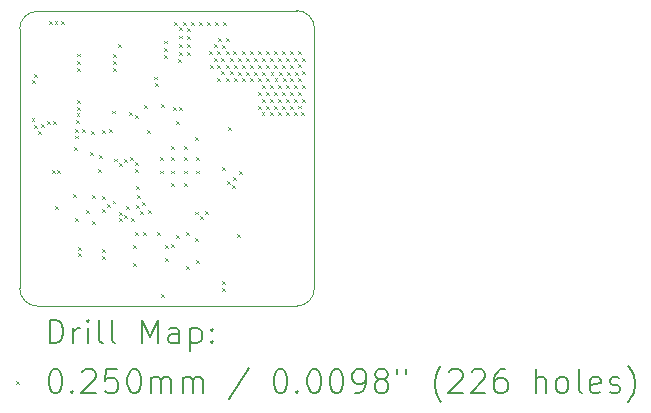
<source format=gbr>
%TF.GenerationSoftware,KiCad,Pcbnew,8.0.0*%
%TF.CreationDate,2024-10-10T01:47:18+08:00*%
%TF.ProjectId,Neko_Wireless_Transmission,4e656b6f-5f57-4697-9265-6c6573735f54,rev?*%
%TF.SameCoordinates,Original*%
%TF.FileFunction,Drillmap*%
%TF.FilePolarity,Positive*%
%FSLAX45Y45*%
G04 Gerber Fmt 4.5, Leading zero omitted, Abs format (unit mm)*
G04 Created by KiCad (PCBNEW 8.0.0) date 2024-10-10 01:47:18*
%MOMM*%
%LPD*%
G01*
G04 APERTURE LIST*
%ADD10C,0.100000*%
%ADD11C,0.050000*%
%ADD12C,0.200000*%
G04 APERTURE END LIST*
D10*
X4872935Y-8629935D02*
G75*
G02*
X4722935Y-8779935I-150005J5D01*
G01*
X4722934Y-6279066D02*
G75*
G02*
X4872934Y-6429066I-4J-150004D01*
G01*
X2527065Y-8780004D02*
G75*
G02*
X2377066Y-8630004I5J150004D01*
G01*
X2377066Y-6435066D02*
G75*
G02*
X2527066Y-6285066I150000J0D01*
G01*
D11*
X2377065Y-8630004D02*
X2377066Y-6435066D01*
X4722935Y-8779935D02*
X2527065Y-8780004D01*
X4872934Y-6429066D02*
X4872935Y-8629935D01*
X2527066Y-6285066D02*
X4722934Y-6279066D01*
D12*
D10*
X2477500Y-7187500D02*
X2502500Y-7212500D01*
X2502500Y-7187500D02*
X2477500Y-7212500D01*
X2481421Y-6870097D02*
X2506421Y-6895097D01*
X2506421Y-6870097D02*
X2481421Y-6895097D01*
X2497500Y-6817500D02*
X2522500Y-6842500D01*
X2522500Y-6817500D02*
X2497500Y-6842500D01*
X2497500Y-7247500D02*
X2522500Y-7272500D01*
X2522500Y-7247500D02*
X2497500Y-7272500D01*
X2532500Y-7295500D02*
X2557500Y-7320500D01*
X2557500Y-7295500D02*
X2532500Y-7320500D01*
X2554500Y-7241500D02*
X2579500Y-7266500D01*
X2579500Y-7241500D02*
X2554500Y-7266500D01*
X2607500Y-7213500D02*
X2632500Y-7238500D01*
X2632500Y-7213500D02*
X2607500Y-7238500D01*
X2622500Y-6370000D02*
X2647500Y-6395000D01*
X2647500Y-6370000D02*
X2622500Y-6395000D01*
X2650500Y-7630500D02*
X2675500Y-7655500D01*
X2675500Y-7630500D02*
X2650500Y-7655500D01*
X2662500Y-7213500D02*
X2687500Y-7238500D01*
X2687500Y-7213500D02*
X2662500Y-7238500D01*
X2672500Y-6370000D02*
X2697500Y-6395000D01*
X2697500Y-6370000D02*
X2672500Y-6395000D01*
X2678500Y-7935500D02*
X2703500Y-7960500D01*
X2703500Y-7935500D02*
X2678500Y-7960500D01*
X2693500Y-7630500D02*
X2718500Y-7655500D01*
X2718500Y-7630500D02*
X2693500Y-7655500D01*
X2725000Y-6370000D02*
X2750000Y-6395000D01*
X2750000Y-6370000D02*
X2725000Y-6395000D01*
X2831500Y-7834500D02*
X2856500Y-7859500D01*
X2856500Y-7834500D02*
X2831500Y-7859500D01*
X2836500Y-7437500D02*
X2861500Y-7462500D01*
X2861500Y-7437500D02*
X2836500Y-7462500D01*
X2847267Y-7336733D02*
X2872267Y-7361733D01*
X2872267Y-7336733D02*
X2847267Y-7361733D01*
X2848500Y-8033500D02*
X2873500Y-8058500D01*
X2873500Y-8033500D02*
X2848500Y-8058500D01*
X2848769Y-7281667D02*
X2873769Y-7306667D01*
X2873769Y-7281667D02*
X2848769Y-7306667D01*
X2858097Y-7202493D02*
X2883097Y-7227493D01*
X2883097Y-7202493D02*
X2858097Y-7227493D01*
X2858504Y-7147494D02*
X2883504Y-7172494D01*
X2883504Y-7147494D02*
X2858504Y-7172494D01*
X2861500Y-7092500D02*
X2886500Y-7117500D01*
X2886500Y-7092500D02*
X2861500Y-7117500D01*
X2862500Y-6642500D02*
X2887500Y-6667500D01*
X2887500Y-6642500D02*
X2862500Y-6667500D01*
X2862500Y-6705000D02*
X2887500Y-6730000D01*
X2887500Y-6705000D02*
X2862500Y-6730000D01*
X2862500Y-6765000D02*
X2887500Y-6790000D01*
X2887500Y-6765000D02*
X2862500Y-6790000D01*
X2863698Y-7037544D02*
X2888698Y-7062544D01*
X2888698Y-7037544D02*
X2863698Y-7062544D01*
X2870000Y-8280000D02*
X2895000Y-8305000D01*
X2895000Y-8280000D02*
X2870000Y-8305000D01*
X2870000Y-8330000D02*
X2895000Y-8355000D01*
X2895000Y-8330000D02*
X2870000Y-8355000D01*
X2907052Y-7283381D02*
X2932052Y-7308381D01*
X2932052Y-7283381D02*
X2907052Y-7308381D01*
X2937509Y-7966444D02*
X2962509Y-7991444D01*
X2962509Y-7966444D02*
X2937509Y-7991444D01*
X2969789Y-7477500D02*
X2994789Y-7502500D01*
X2994789Y-7477500D02*
X2969789Y-7502500D01*
X2983395Y-7301330D02*
X3008395Y-7326330D01*
X3008395Y-7301330D02*
X2983395Y-7326330D01*
X2987464Y-8059455D02*
X3012464Y-8084455D01*
X3012464Y-8059455D02*
X2987464Y-8084455D01*
X2989500Y-7842500D02*
X3014500Y-7867500D01*
X3014500Y-7842500D02*
X2989500Y-7867500D01*
X3037500Y-7622500D02*
X3062500Y-7647500D01*
X3062500Y-7622500D02*
X3037500Y-7647500D01*
X3049500Y-7502500D02*
X3074500Y-7527500D01*
X3074500Y-7502500D02*
X3049500Y-7527500D01*
X3070500Y-8353163D02*
X3095500Y-8378163D01*
X3095500Y-8353163D02*
X3070500Y-8378163D01*
X3070593Y-8298970D02*
X3095593Y-8323970D01*
X3095593Y-8298970D02*
X3070593Y-8323970D01*
X3072500Y-7852500D02*
X3097500Y-7877500D01*
X3097500Y-7852500D02*
X3072500Y-7877500D01*
X3077210Y-7957354D02*
X3102210Y-7982354D01*
X3102210Y-7957354D02*
X3077210Y-7982354D01*
X3077500Y-7287500D02*
X3102500Y-7312500D01*
X3102500Y-7287500D02*
X3077500Y-7312500D01*
X3117261Y-7917354D02*
X3142261Y-7942354D01*
X3142261Y-7917354D02*
X3117261Y-7942354D01*
X3137100Y-7280500D02*
X3162100Y-7305500D01*
X3162100Y-7280500D02*
X3137100Y-7305500D01*
X3162500Y-7124900D02*
X3187500Y-7149900D01*
X3187500Y-7124900D02*
X3162500Y-7149900D01*
X3163247Y-7887184D02*
X3188247Y-7912184D01*
X3188247Y-7887184D02*
X3163247Y-7912184D01*
X3165000Y-6645000D02*
X3190000Y-6670000D01*
X3190000Y-6645000D02*
X3165000Y-6670000D01*
X3165000Y-6707500D02*
X3190000Y-6732500D01*
X3190000Y-6707500D02*
X3165000Y-6732500D01*
X3165000Y-6767500D02*
X3190000Y-6792500D01*
X3190000Y-6767500D02*
X3165000Y-6792500D01*
X3179500Y-7531252D02*
X3204500Y-7556252D01*
X3204500Y-7531252D02*
X3179500Y-7556252D01*
X3212500Y-6562500D02*
X3237500Y-6587500D01*
X3237500Y-6562500D02*
X3212500Y-6587500D01*
X3217500Y-8037500D02*
X3242500Y-8062500D01*
X3242500Y-8037500D02*
X3217500Y-8062500D01*
X3218500Y-7982500D02*
X3243500Y-8007500D01*
X3243500Y-7982500D02*
X3218500Y-8007500D01*
X3219500Y-7571136D02*
X3244500Y-7596136D01*
X3244500Y-7571136D02*
X3219500Y-7596136D01*
X3259500Y-7532500D02*
X3284500Y-7557500D01*
X3284500Y-7532500D02*
X3259500Y-7557500D01*
X3262500Y-8009500D02*
X3287500Y-8034500D01*
X3287500Y-8009500D02*
X3262500Y-8034500D01*
X3281500Y-7936613D02*
X3306500Y-7961613D01*
X3306500Y-7936613D02*
X3281500Y-7961613D01*
X3303500Y-7141500D02*
X3328500Y-7166500D01*
X3328500Y-7141500D02*
X3303500Y-7166500D01*
X3313167Y-7520464D02*
X3338167Y-7545464D01*
X3338167Y-7520464D02*
X3313167Y-7545464D01*
X3322500Y-8035500D02*
X3347500Y-8060500D01*
X3347500Y-8035500D02*
X3322500Y-8060500D01*
X3336500Y-8267500D02*
X3361500Y-8292500D01*
X3361500Y-8267500D02*
X3336500Y-8292500D01*
X3336500Y-8415000D02*
X3361500Y-8440000D01*
X3361500Y-8415000D02*
X3336500Y-8440000D01*
X3353581Y-7557770D02*
X3378581Y-7582770D01*
X3378581Y-7557770D02*
X3353581Y-7582770D01*
X3354334Y-8153500D02*
X3379334Y-8178500D01*
X3379334Y-8153500D02*
X3354334Y-8178500D01*
X3354704Y-7161580D02*
X3379704Y-7186580D01*
X3379704Y-7161580D02*
X3354704Y-7186580D01*
X3355402Y-7619544D02*
X3380402Y-7644544D01*
X3380402Y-7619544D02*
X3355402Y-7644544D01*
X3361498Y-7922489D02*
X3386498Y-7947489D01*
X3386498Y-7922489D02*
X3361498Y-7947489D01*
X3363500Y-7760500D02*
X3388500Y-7785500D01*
X3388500Y-7760500D02*
X3363500Y-7785500D01*
X3368811Y-7838189D02*
X3393811Y-7863189D01*
X3393811Y-7838189D02*
X3368811Y-7863189D01*
X3394032Y-7975720D02*
X3419032Y-8000720D01*
X3419032Y-7975720D02*
X3394032Y-8000720D01*
X3409544Y-7895720D02*
X3434544Y-7920720D01*
X3434544Y-7895720D02*
X3409544Y-7920720D01*
X3425500Y-8153500D02*
X3450500Y-8178500D01*
X3450500Y-8153500D02*
X3425500Y-8178500D01*
X3433452Y-7081530D02*
X3458452Y-7106530D01*
X3458452Y-7081530D02*
X3433452Y-7106530D01*
X3457500Y-7287500D02*
X3482500Y-7312500D01*
X3482500Y-7287500D02*
X3457500Y-7312500D01*
X3463500Y-7965500D02*
X3488500Y-7990500D01*
X3488500Y-7965500D02*
X3463500Y-7990500D01*
X3513851Y-6837212D02*
X3538851Y-6862212D01*
X3538851Y-6837212D02*
X3513851Y-6862212D01*
X3526239Y-6890799D02*
X3551239Y-6915799D01*
X3551239Y-6890799D02*
X3526239Y-6915799D01*
X3541828Y-8157603D02*
X3566828Y-8182603D01*
X3566828Y-8157603D02*
X3541828Y-8182603D01*
X3568900Y-7517567D02*
X3593900Y-7542567D01*
X3593900Y-7517567D02*
X3568900Y-7542567D01*
X3568900Y-7632900D02*
X3593900Y-7657900D01*
X3593900Y-7632900D02*
X3568900Y-7657900D01*
X3572500Y-7066500D02*
X3597500Y-7091500D01*
X3597500Y-7066500D02*
X3572500Y-7091500D01*
X3575500Y-8675500D02*
X3600500Y-8700500D01*
X3600500Y-8675500D02*
X3575500Y-8700500D01*
X3600000Y-6532500D02*
X3625000Y-6557500D01*
X3625000Y-6532500D02*
X3600000Y-6557500D01*
X3600000Y-6595000D02*
X3625000Y-6620000D01*
X3625000Y-6595000D02*
X3600000Y-6620000D01*
X3600000Y-6655000D02*
X3625000Y-6680000D01*
X3625000Y-6655000D02*
X3600000Y-6680000D01*
X3604500Y-8267500D02*
X3629500Y-8292500D01*
X3629500Y-8267500D02*
X3604500Y-8292500D01*
X3604500Y-8371500D02*
X3629500Y-8396500D01*
X3629500Y-8371500D02*
X3604500Y-8396500D01*
X3658218Y-8255694D02*
X3683218Y-8280694D01*
X3683218Y-8255694D02*
X3658218Y-8280694D01*
X3660500Y-7423100D02*
X3685500Y-7448100D01*
X3685500Y-7423100D02*
X3660500Y-7448100D01*
X3660500Y-7517567D02*
X3685500Y-7542567D01*
X3685500Y-7517567D02*
X3660500Y-7542567D01*
X3660500Y-7632900D02*
X3685500Y-7657900D01*
X3685500Y-7632900D02*
X3660500Y-7657900D01*
X3660500Y-7741567D02*
X3685500Y-7766567D01*
X3685500Y-7741567D02*
X3660500Y-7766567D01*
X3675000Y-7097500D02*
X3700000Y-7122500D01*
X3700000Y-7097500D02*
X3675000Y-7122500D01*
X3687500Y-6372500D02*
X3712500Y-6397500D01*
X3712500Y-6372500D02*
X3687500Y-6397500D01*
X3701887Y-8182500D02*
X3726887Y-8207500D01*
X3726887Y-8182500D02*
X3701887Y-8207500D01*
X3703500Y-7215500D02*
X3728500Y-7240500D01*
X3728500Y-7215500D02*
X3703500Y-7240500D01*
X3717500Y-6692500D02*
X3742500Y-6717500D01*
X3742500Y-6692500D02*
X3717500Y-6717500D01*
X3722500Y-6421250D02*
X3747500Y-6446250D01*
X3747500Y-6421250D02*
X3722500Y-6446250D01*
X3722500Y-6490000D02*
X3747500Y-6515000D01*
X3747500Y-6490000D02*
X3722500Y-6515000D01*
X3722500Y-6558750D02*
X3747500Y-6583750D01*
X3747500Y-6558750D02*
X3722500Y-6583750D01*
X3722500Y-6627500D02*
X3747500Y-6652500D01*
X3747500Y-6627500D02*
X3722500Y-6652500D01*
X3725000Y-7097500D02*
X3750000Y-7122500D01*
X3750000Y-7097500D02*
X3725000Y-7122500D01*
X3756250Y-6372500D02*
X3781250Y-6397500D01*
X3781250Y-6372500D02*
X3756250Y-6397500D01*
X3771500Y-7423100D02*
X3796500Y-7448100D01*
X3796500Y-7423100D02*
X3771500Y-7448100D01*
X3771500Y-7517567D02*
X3796500Y-7542567D01*
X3796500Y-7517567D02*
X3771500Y-7542567D01*
X3771500Y-7632900D02*
X3796500Y-7657900D01*
X3796500Y-7632900D02*
X3771500Y-7657900D01*
X3771500Y-7741567D02*
X3796500Y-7766567D01*
X3796500Y-7741567D02*
X3771500Y-7766567D01*
X3783500Y-8153500D02*
X3808500Y-8178500D01*
X3808500Y-8153500D02*
X3783500Y-8178500D01*
X3783500Y-8444500D02*
X3808500Y-8469500D01*
X3808500Y-8444500D02*
X3783500Y-8469500D01*
X3792500Y-6423750D02*
X3817500Y-6448750D01*
X3817500Y-6423750D02*
X3792500Y-6448750D01*
X3792500Y-6492500D02*
X3817500Y-6517500D01*
X3817500Y-6492500D02*
X3792500Y-6517500D01*
X3792500Y-6561250D02*
X3817500Y-6586250D01*
X3817500Y-6561250D02*
X3792500Y-6586250D01*
X3792500Y-6630000D02*
X3817500Y-6655000D01*
X3817500Y-6630000D02*
X3792500Y-6655000D01*
X3825000Y-6372500D02*
X3850000Y-6397500D01*
X3850000Y-6372500D02*
X3825000Y-6397500D01*
X3862500Y-7352500D02*
X3887500Y-7377500D01*
X3887500Y-7352500D02*
X3862500Y-7377500D01*
X3863500Y-7980268D02*
X3888500Y-8005268D01*
X3888500Y-7980268D02*
X3863500Y-8005268D01*
X3865307Y-8206813D02*
X3890307Y-8231813D01*
X3890307Y-8206813D02*
X3865307Y-8231813D01*
X3866450Y-8393000D02*
X3891450Y-8418000D01*
X3891450Y-8393000D02*
X3866450Y-8418000D01*
X3873700Y-7517567D02*
X3898700Y-7542567D01*
X3898700Y-7517567D02*
X3873700Y-7542567D01*
X3873700Y-7632900D02*
X3898700Y-7657900D01*
X3898700Y-7632900D02*
X3873700Y-7657900D01*
X3893750Y-6372500D02*
X3918750Y-6397500D01*
X3918750Y-6372500D02*
X3893750Y-6397500D01*
X3902920Y-8018500D02*
X3927920Y-8043500D01*
X3927920Y-8018500D02*
X3902920Y-8043500D01*
X3943500Y-7979500D02*
X3968500Y-8004500D01*
X3968500Y-7979500D02*
X3943500Y-8004500D01*
X3962500Y-6372500D02*
X3987500Y-6397500D01*
X3987500Y-6372500D02*
X3962500Y-6397500D01*
X3983750Y-6622500D02*
X4008750Y-6647500D01*
X4008750Y-6622500D02*
X3983750Y-6647500D01*
X3985000Y-6740000D02*
X4010000Y-6765000D01*
X4010000Y-6740000D02*
X3985000Y-6765000D01*
X4018750Y-6682500D02*
X4043750Y-6707500D01*
X4043750Y-6682500D02*
X4018750Y-6707500D01*
X4020000Y-6565000D02*
X4045000Y-6590000D01*
X4045000Y-6565000D02*
X4020000Y-6590000D01*
X4031250Y-6372500D02*
X4056250Y-6397500D01*
X4056250Y-6372500D02*
X4031250Y-6397500D01*
X4048750Y-6622500D02*
X4073750Y-6647500D01*
X4073750Y-6622500D02*
X4048750Y-6647500D01*
X4050000Y-6740000D02*
X4075000Y-6765000D01*
X4075000Y-6740000D02*
X4050000Y-6765000D01*
X4050000Y-6850000D02*
X4075000Y-6875000D01*
X4075000Y-6850000D02*
X4050000Y-6875000D01*
X4055000Y-6507500D02*
X4080000Y-6532500D01*
X4080000Y-6507500D02*
X4055000Y-6532500D01*
X4083750Y-6682500D02*
X4108750Y-6707500D01*
X4108750Y-6682500D02*
X4083750Y-6707500D01*
X4085000Y-6792500D02*
X4110000Y-6817500D01*
X4110000Y-6792500D02*
X4085000Y-6817500D01*
X4086500Y-7600500D02*
X4111500Y-7625500D01*
X4111500Y-7600500D02*
X4086500Y-7625500D01*
X4087500Y-6570000D02*
X4112500Y-6595000D01*
X4112500Y-6570000D02*
X4087500Y-6595000D01*
X4092500Y-8571500D02*
X4117500Y-8596500D01*
X4117500Y-8571500D02*
X4092500Y-8596500D01*
X4094268Y-8629836D02*
X4119268Y-8654836D01*
X4119268Y-8629836D02*
X4094268Y-8654836D01*
X4100000Y-6372500D02*
X4125000Y-6397500D01*
X4125000Y-6372500D02*
X4100000Y-6397500D01*
X4121250Y-6620000D02*
X4146250Y-6645000D01*
X4146250Y-6620000D02*
X4121250Y-6645000D01*
X4122500Y-6512500D02*
X4147500Y-6537500D01*
X4147500Y-6512500D02*
X4122500Y-6537500D01*
X4122500Y-6737500D02*
X4147500Y-6762500D01*
X4147500Y-6737500D02*
X4122500Y-6762500D01*
X4122500Y-6850000D02*
X4147500Y-6875000D01*
X4147500Y-6850000D02*
X4122500Y-6875000D01*
X4136500Y-7720500D02*
X4161500Y-7745500D01*
X4161500Y-7720500D02*
X4136500Y-7745500D01*
X4137500Y-7263663D02*
X4162500Y-7288663D01*
X4162500Y-7263663D02*
X4137500Y-7288663D01*
X4156250Y-6680000D02*
X4181250Y-6705000D01*
X4181250Y-6680000D02*
X4156250Y-6705000D01*
X4157500Y-6792500D02*
X4182500Y-6817500D01*
X4182500Y-6792500D02*
X4157500Y-6817500D01*
X4176500Y-7758500D02*
X4201500Y-7783500D01*
X4201500Y-7758500D02*
X4176500Y-7783500D01*
X4183500Y-7688500D02*
X4208500Y-7713500D01*
X4208500Y-7688500D02*
X4183500Y-7713500D01*
X4187500Y-6620000D02*
X4212500Y-6645000D01*
X4212500Y-6620000D02*
X4187500Y-6645000D01*
X4188750Y-6737500D02*
X4213750Y-6762500D01*
X4213750Y-6737500D02*
X4188750Y-6762500D01*
X4191250Y-6852500D02*
X4216250Y-6877500D01*
X4216250Y-6852500D02*
X4191250Y-6877500D01*
X4217500Y-8167500D02*
X4242500Y-8192500D01*
X4242500Y-8167500D02*
X4217500Y-8192500D01*
X4222500Y-6680000D02*
X4247500Y-6705000D01*
X4247500Y-6680000D02*
X4222500Y-6705000D01*
X4226250Y-6795000D02*
X4251250Y-6820000D01*
X4251250Y-6795000D02*
X4226250Y-6820000D01*
X4230500Y-7640500D02*
X4255500Y-7665500D01*
X4255500Y-7640500D02*
X4230500Y-7665500D01*
X4256250Y-6620000D02*
X4281250Y-6645000D01*
X4281250Y-6620000D02*
X4256250Y-6645000D01*
X4257500Y-6737500D02*
X4282500Y-6762500D01*
X4282500Y-6737500D02*
X4257500Y-6762500D01*
X4260000Y-6852500D02*
X4285000Y-6877500D01*
X4285000Y-6852500D02*
X4260000Y-6877500D01*
X4291250Y-6680000D02*
X4316250Y-6705000D01*
X4316250Y-6680000D02*
X4291250Y-6705000D01*
X4295000Y-6795000D02*
X4320000Y-6820000D01*
X4320000Y-6795000D02*
X4295000Y-6820000D01*
X4325000Y-6620000D02*
X4350000Y-6645000D01*
X4350000Y-6620000D02*
X4325000Y-6645000D01*
X4326250Y-6737500D02*
X4351250Y-6762500D01*
X4351250Y-6737500D02*
X4326250Y-6762500D01*
X4328750Y-6852500D02*
X4353750Y-6877500D01*
X4353750Y-6852500D02*
X4328750Y-6877500D01*
X4360000Y-6680000D02*
X4385000Y-6705000D01*
X4385000Y-6680000D02*
X4360000Y-6705000D01*
X4363750Y-6795000D02*
X4388750Y-6820000D01*
X4388750Y-6795000D02*
X4363750Y-6820000D01*
X4392500Y-7085000D02*
X4417500Y-7110000D01*
X4417500Y-7085000D02*
X4392500Y-7110000D01*
X4393750Y-6620000D02*
X4418750Y-6645000D01*
X4418750Y-6620000D02*
X4393750Y-6645000D01*
X4395000Y-6737500D02*
X4420000Y-6762500D01*
X4420000Y-6737500D02*
X4395000Y-6762500D01*
X4395000Y-6970000D02*
X4420000Y-6995000D01*
X4420000Y-6970000D02*
X4395000Y-6995000D01*
X4397500Y-6852500D02*
X4422500Y-6877500D01*
X4422500Y-6852500D02*
X4397500Y-6877500D01*
X4425000Y-7140000D02*
X4450000Y-7165000D01*
X4450000Y-7140000D02*
X4425000Y-7165000D01*
X4427500Y-6910000D02*
X4452500Y-6935000D01*
X4452500Y-6910000D02*
X4427500Y-6935000D01*
X4428750Y-6680000D02*
X4453750Y-6705000D01*
X4453750Y-6680000D02*
X4428750Y-6705000D01*
X4430000Y-7027500D02*
X4455000Y-7052500D01*
X4455000Y-7027500D02*
X4430000Y-7052500D01*
X4432500Y-6795000D02*
X4457500Y-6820000D01*
X4457500Y-6795000D02*
X4432500Y-6820000D01*
X4461250Y-7085000D02*
X4486250Y-7110000D01*
X4486250Y-7085000D02*
X4461250Y-7110000D01*
X4462500Y-6620000D02*
X4487500Y-6645000D01*
X4487500Y-6620000D02*
X4462500Y-6645000D01*
X4463750Y-6737500D02*
X4488750Y-6762500D01*
X4488750Y-6737500D02*
X4463750Y-6762500D01*
X4463750Y-6970000D02*
X4488750Y-6995000D01*
X4488750Y-6970000D02*
X4463750Y-6995000D01*
X4466250Y-6852500D02*
X4491250Y-6877500D01*
X4491250Y-6852500D02*
X4466250Y-6877500D01*
X4493750Y-7140000D02*
X4518750Y-7165000D01*
X4518750Y-7140000D02*
X4493750Y-7165000D01*
X4496250Y-6910000D02*
X4521250Y-6935000D01*
X4521250Y-6910000D02*
X4496250Y-6935000D01*
X4497500Y-6680000D02*
X4522500Y-6705000D01*
X4522500Y-6680000D02*
X4497500Y-6705000D01*
X4498750Y-7027500D02*
X4523750Y-7052500D01*
X4523750Y-7027500D02*
X4498750Y-7052500D01*
X4501250Y-6795000D02*
X4526250Y-6820000D01*
X4526250Y-6795000D02*
X4501250Y-6820000D01*
X4530000Y-7085000D02*
X4555000Y-7110000D01*
X4555000Y-7085000D02*
X4530000Y-7110000D01*
X4531250Y-6620000D02*
X4556250Y-6645000D01*
X4556250Y-6620000D02*
X4531250Y-6645000D01*
X4532500Y-6737500D02*
X4557500Y-6762500D01*
X4557500Y-6737500D02*
X4532500Y-6762500D01*
X4532500Y-6970000D02*
X4557500Y-6995000D01*
X4557500Y-6970000D02*
X4532500Y-6995000D01*
X4535000Y-6852500D02*
X4560000Y-6877500D01*
X4560000Y-6852500D02*
X4535000Y-6877500D01*
X4562500Y-7140000D02*
X4587500Y-7165000D01*
X4587500Y-7140000D02*
X4562500Y-7165000D01*
X4565000Y-6910000D02*
X4590000Y-6935000D01*
X4590000Y-6910000D02*
X4565000Y-6935000D01*
X4566250Y-6680000D02*
X4591250Y-6705000D01*
X4591250Y-6680000D02*
X4566250Y-6705000D01*
X4567500Y-7027500D02*
X4592500Y-7052500D01*
X4592500Y-7027500D02*
X4567500Y-7052500D01*
X4570000Y-6795000D02*
X4595000Y-6820000D01*
X4595000Y-6795000D02*
X4570000Y-6820000D01*
X4598750Y-7085000D02*
X4623750Y-7110000D01*
X4623750Y-7085000D02*
X4598750Y-7110000D01*
X4600000Y-6620000D02*
X4625000Y-6645000D01*
X4625000Y-6620000D02*
X4600000Y-6645000D01*
X4601250Y-6737500D02*
X4626250Y-6762500D01*
X4626250Y-6737500D02*
X4601250Y-6762500D01*
X4601250Y-6970000D02*
X4626250Y-6995000D01*
X4626250Y-6970000D02*
X4601250Y-6995000D01*
X4603750Y-6852500D02*
X4628750Y-6877500D01*
X4628750Y-6852500D02*
X4603750Y-6877500D01*
X4631250Y-7140000D02*
X4656250Y-7165000D01*
X4656250Y-7140000D02*
X4631250Y-7165000D01*
X4633750Y-6910000D02*
X4658750Y-6935000D01*
X4658750Y-6910000D02*
X4633750Y-6935000D01*
X4635000Y-6680000D02*
X4660000Y-6705000D01*
X4660000Y-6680000D02*
X4635000Y-6705000D01*
X4636250Y-7027500D02*
X4661250Y-7052500D01*
X4661250Y-7027500D02*
X4636250Y-7052500D01*
X4638750Y-6795000D02*
X4663750Y-6820000D01*
X4663750Y-6795000D02*
X4638750Y-6820000D01*
X4665000Y-7085000D02*
X4690000Y-7110000D01*
X4690000Y-7085000D02*
X4665000Y-7110000D01*
X4666250Y-6620000D02*
X4691250Y-6645000D01*
X4691250Y-6620000D02*
X4666250Y-6645000D01*
X4667500Y-6737500D02*
X4692500Y-6762500D01*
X4692500Y-6737500D02*
X4667500Y-6762500D01*
X4667500Y-6970000D02*
X4692500Y-6995000D01*
X4692500Y-6970000D02*
X4667500Y-6995000D01*
X4670000Y-6852500D02*
X4695000Y-6877500D01*
X4695000Y-6852500D02*
X4670000Y-6877500D01*
X4697500Y-7140000D02*
X4722500Y-7165000D01*
X4722500Y-7140000D02*
X4697500Y-7165000D01*
X4700000Y-6910000D02*
X4725000Y-6935000D01*
X4725000Y-6910000D02*
X4700000Y-6935000D01*
X4701250Y-6680000D02*
X4726250Y-6705000D01*
X4726250Y-6680000D02*
X4701250Y-6705000D01*
X4702500Y-7027500D02*
X4727500Y-7052500D01*
X4727500Y-7027500D02*
X4702500Y-7052500D01*
X4705000Y-6795000D02*
X4730000Y-6820000D01*
X4730000Y-6795000D02*
X4705000Y-6820000D01*
X4730000Y-7082500D02*
X4755000Y-7107500D01*
X4755000Y-7082500D02*
X4730000Y-7107500D01*
X4731250Y-6617500D02*
X4756250Y-6642500D01*
X4756250Y-6617500D02*
X4731250Y-6642500D01*
X4732500Y-6735000D02*
X4757500Y-6760000D01*
X4757500Y-6735000D02*
X4732500Y-6760000D01*
X4732500Y-6967500D02*
X4757500Y-6992500D01*
X4757500Y-6967500D02*
X4732500Y-6992500D01*
X4735000Y-6850000D02*
X4760000Y-6875000D01*
X4760000Y-6850000D02*
X4735000Y-6875000D01*
X4762500Y-7137500D02*
X4787500Y-7162500D01*
X4787500Y-7137500D02*
X4762500Y-7162500D01*
X4765000Y-6907500D02*
X4790000Y-6932500D01*
X4790000Y-6907500D02*
X4765000Y-6932500D01*
X4766250Y-6677500D02*
X4791250Y-6702500D01*
X4791250Y-6677500D02*
X4766250Y-6702500D01*
X4767500Y-7025000D02*
X4792500Y-7050000D01*
X4792500Y-7025000D02*
X4767500Y-7050000D01*
X4770000Y-6792500D02*
X4795000Y-6817500D01*
X4795000Y-6792500D02*
X4770000Y-6817500D01*
D12*
X2632842Y-9096488D02*
X2632842Y-8896488D01*
X2632842Y-8896488D02*
X2680461Y-8896488D01*
X2680461Y-8896488D02*
X2709032Y-8906012D01*
X2709032Y-8906012D02*
X2728080Y-8925059D01*
X2728080Y-8925059D02*
X2737604Y-8944107D01*
X2737604Y-8944107D02*
X2747127Y-8982202D01*
X2747127Y-8982202D02*
X2747127Y-9010774D01*
X2747127Y-9010774D02*
X2737604Y-9048869D01*
X2737604Y-9048869D02*
X2728080Y-9067916D01*
X2728080Y-9067916D02*
X2709032Y-9086964D01*
X2709032Y-9086964D02*
X2680461Y-9096488D01*
X2680461Y-9096488D02*
X2632842Y-9096488D01*
X2832842Y-9096488D02*
X2832842Y-8963154D01*
X2832842Y-9001250D02*
X2842365Y-8982202D01*
X2842365Y-8982202D02*
X2851889Y-8972678D01*
X2851889Y-8972678D02*
X2870937Y-8963154D01*
X2870937Y-8963154D02*
X2889984Y-8963154D01*
X2956651Y-9096488D02*
X2956651Y-8963154D01*
X2956651Y-8896488D02*
X2947127Y-8906012D01*
X2947127Y-8906012D02*
X2956651Y-8915535D01*
X2956651Y-8915535D02*
X2966175Y-8906012D01*
X2966175Y-8906012D02*
X2956651Y-8896488D01*
X2956651Y-8896488D02*
X2956651Y-8915535D01*
X3080461Y-9096488D02*
X3061413Y-9086964D01*
X3061413Y-9086964D02*
X3051889Y-9067916D01*
X3051889Y-9067916D02*
X3051889Y-8896488D01*
X3185222Y-9096488D02*
X3166175Y-9086964D01*
X3166175Y-9086964D02*
X3156651Y-9067916D01*
X3156651Y-9067916D02*
X3156651Y-8896488D01*
X3413794Y-9096488D02*
X3413794Y-8896488D01*
X3413794Y-8896488D02*
X3480461Y-9039345D01*
X3480461Y-9039345D02*
X3547127Y-8896488D01*
X3547127Y-8896488D02*
X3547127Y-9096488D01*
X3728080Y-9096488D02*
X3728080Y-8991726D01*
X3728080Y-8991726D02*
X3718556Y-8972678D01*
X3718556Y-8972678D02*
X3699508Y-8963154D01*
X3699508Y-8963154D02*
X3661413Y-8963154D01*
X3661413Y-8963154D02*
X3642365Y-8972678D01*
X3728080Y-9086964D02*
X3709032Y-9096488D01*
X3709032Y-9096488D02*
X3661413Y-9096488D01*
X3661413Y-9096488D02*
X3642365Y-9086964D01*
X3642365Y-9086964D02*
X3632842Y-9067916D01*
X3632842Y-9067916D02*
X3632842Y-9048869D01*
X3632842Y-9048869D02*
X3642365Y-9029821D01*
X3642365Y-9029821D02*
X3661413Y-9020297D01*
X3661413Y-9020297D02*
X3709032Y-9020297D01*
X3709032Y-9020297D02*
X3728080Y-9010774D01*
X3823318Y-8963154D02*
X3823318Y-9163154D01*
X3823318Y-8972678D02*
X3842365Y-8963154D01*
X3842365Y-8963154D02*
X3880461Y-8963154D01*
X3880461Y-8963154D02*
X3899508Y-8972678D01*
X3899508Y-8972678D02*
X3909032Y-8982202D01*
X3909032Y-8982202D02*
X3918556Y-9001250D01*
X3918556Y-9001250D02*
X3918556Y-9058393D01*
X3918556Y-9058393D02*
X3909032Y-9077440D01*
X3909032Y-9077440D02*
X3899508Y-9086964D01*
X3899508Y-9086964D02*
X3880461Y-9096488D01*
X3880461Y-9096488D02*
X3842365Y-9096488D01*
X3842365Y-9096488D02*
X3823318Y-9086964D01*
X4004270Y-9077440D02*
X4013794Y-9086964D01*
X4013794Y-9086964D02*
X4004270Y-9096488D01*
X4004270Y-9096488D02*
X3994746Y-9086964D01*
X3994746Y-9086964D02*
X4004270Y-9077440D01*
X4004270Y-9077440D02*
X4004270Y-9096488D01*
X4004270Y-8972678D02*
X4013794Y-8982202D01*
X4013794Y-8982202D02*
X4004270Y-8991726D01*
X4004270Y-8991726D02*
X3994746Y-8982202D01*
X3994746Y-8982202D02*
X4004270Y-8972678D01*
X4004270Y-8972678D02*
X4004270Y-8991726D01*
D10*
X2347065Y-9412504D02*
X2372065Y-9437504D01*
X2372065Y-9412504D02*
X2347065Y-9437504D01*
D12*
X2670937Y-9316488D02*
X2689985Y-9316488D01*
X2689985Y-9316488D02*
X2709032Y-9326012D01*
X2709032Y-9326012D02*
X2718556Y-9335535D01*
X2718556Y-9335535D02*
X2728080Y-9354583D01*
X2728080Y-9354583D02*
X2737604Y-9392678D01*
X2737604Y-9392678D02*
X2737604Y-9440297D01*
X2737604Y-9440297D02*
X2728080Y-9478393D01*
X2728080Y-9478393D02*
X2718556Y-9497440D01*
X2718556Y-9497440D02*
X2709032Y-9506964D01*
X2709032Y-9506964D02*
X2689985Y-9516488D01*
X2689985Y-9516488D02*
X2670937Y-9516488D01*
X2670937Y-9516488D02*
X2651889Y-9506964D01*
X2651889Y-9506964D02*
X2642365Y-9497440D01*
X2642365Y-9497440D02*
X2632842Y-9478393D01*
X2632842Y-9478393D02*
X2623318Y-9440297D01*
X2623318Y-9440297D02*
X2623318Y-9392678D01*
X2623318Y-9392678D02*
X2632842Y-9354583D01*
X2632842Y-9354583D02*
X2642365Y-9335535D01*
X2642365Y-9335535D02*
X2651889Y-9326012D01*
X2651889Y-9326012D02*
X2670937Y-9316488D01*
X2823318Y-9497440D02*
X2832842Y-9506964D01*
X2832842Y-9506964D02*
X2823318Y-9516488D01*
X2823318Y-9516488D02*
X2813794Y-9506964D01*
X2813794Y-9506964D02*
X2823318Y-9497440D01*
X2823318Y-9497440D02*
X2823318Y-9516488D01*
X2909032Y-9335535D02*
X2918556Y-9326012D01*
X2918556Y-9326012D02*
X2937603Y-9316488D01*
X2937603Y-9316488D02*
X2985223Y-9316488D01*
X2985223Y-9316488D02*
X3004270Y-9326012D01*
X3004270Y-9326012D02*
X3013794Y-9335535D01*
X3013794Y-9335535D02*
X3023318Y-9354583D01*
X3023318Y-9354583D02*
X3023318Y-9373631D01*
X3023318Y-9373631D02*
X3013794Y-9402202D01*
X3013794Y-9402202D02*
X2899508Y-9516488D01*
X2899508Y-9516488D02*
X3023318Y-9516488D01*
X3204270Y-9316488D02*
X3109032Y-9316488D01*
X3109032Y-9316488D02*
X3099508Y-9411726D01*
X3099508Y-9411726D02*
X3109032Y-9402202D01*
X3109032Y-9402202D02*
X3128080Y-9392678D01*
X3128080Y-9392678D02*
X3175699Y-9392678D01*
X3175699Y-9392678D02*
X3194746Y-9402202D01*
X3194746Y-9402202D02*
X3204270Y-9411726D01*
X3204270Y-9411726D02*
X3213794Y-9430774D01*
X3213794Y-9430774D02*
X3213794Y-9478393D01*
X3213794Y-9478393D02*
X3204270Y-9497440D01*
X3204270Y-9497440D02*
X3194746Y-9506964D01*
X3194746Y-9506964D02*
X3175699Y-9516488D01*
X3175699Y-9516488D02*
X3128080Y-9516488D01*
X3128080Y-9516488D02*
X3109032Y-9506964D01*
X3109032Y-9506964D02*
X3099508Y-9497440D01*
X3337603Y-9316488D02*
X3356651Y-9316488D01*
X3356651Y-9316488D02*
X3375699Y-9326012D01*
X3375699Y-9326012D02*
X3385223Y-9335535D01*
X3385223Y-9335535D02*
X3394746Y-9354583D01*
X3394746Y-9354583D02*
X3404270Y-9392678D01*
X3404270Y-9392678D02*
X3404270Y-9440297D01*
X3404270Y-9440297D02*
X3394746Y-9478393D01*
X3394746Y-9478393D02*
X3385223Y-9497440D01*
X3385223Y-9497440D02*
X3375699Y-9506964D01*
X3375699Y-9506964D02*
X3356651Y-9516488D01*
X3356651Y-9516488D02*
X3337603Y-9516488D01*
X3337603Y-9516488D02*
X3318556Y-9506964D01*
X3318556Y-9506964D02*
X3309032Y-9497440D01*
X3309032Y-9497440D02*
X3299508Y-9478393D01*
X3299508Y-9478393D02*
X3289984Y-9440297D01*
X3289984Y-9440297D02*
X3289984Y-9392678D01*
X3289984Y-9392678D02*
X3299508Y-9354583D01*
X3299508Y-9354583D02*
X3309032Y-9335535D01*
X3309032Y-9335535D02*
X3318556Y-9326012D01*
X3318556Y-9326012D02*
X3337603Y-9316488D01*
X3489984Y-9516488D02*
X3489984Y-9383154D01*
X3489984Y-9402202D02*
X3499508Y-9392678D01*
X3499508Y-9392678D02*
X3518556Y-9383154D01*
X3518556Y-9383154D02*
X3547127Y-9383154D01*
X3547127Y-9383154D02*
X3566175Y-9392678D01*
X3566175Y-9392678D02*
X3575699Y-9411726D01*
X3575699Y-9411726D02*
X3575699Y-9516488D01*
X3575699Y-9411726D02*
X3585223Y-9392678D01*
X3585223Y-9392678D02*
X3604270Y-9383154D01*
X3604270Y-9383154D02*
X3632842Y-9383154D01*
X3632842Y-9383154D02*
X3651889Y-9392678D01*
X3651889Y-9392678D02*
X3661413Y-9411726D01*
X3661413Y-9411726D02*
X3661413Y-9516488D01*
X3756651Y-9516488D02*
X3756651Y-9383154D01*
X3756651Y-9402202D02*
X3766175Y-9392678D01*
X3766175Y-9392678D02*
X3785223Y-9383154D01*
X3785223Y-9383154D02*
X3813794Y-9383154D01*
X3813794Y-9383154D02*
X3832842Y-9392678D01*
X3832842Y-9392678D02*
X3842365Y-9411726D01*
X3842365Y-9411726D02*
X3842365Y-9516488D01*
X3842365Y-9411726D02*
X3851889Y-9392678D01*
X3851889Y-9392678D02*
X3870937Y-9383154D01*
X3870937Y-9383154D02*
X3899508Y-9383154D01*
X3899508Y-9383154D02*
X3918556Y-9392678D01*
X3918556Y-9392678D02*
X3928080Y-9411726D01*
X3928080Y-9411726D02*
X3928080Y-9516488D01*
X4318556Y-9306964D02*
X4147127Y-9564107D01*
X4575699Y-9316488D02*
X4594747Y-9316488D01*
X4594747Y-9316488D02*
X4613794Y-9326012D01*
X4613794Y-9326012D02*
X4623318Y-9335535D01*
X4623318Y-9335535D02*
X4632842Y-9354583D01*
X4632842Y-9354583D02*
X4642366Y-9392678D01*
X4642366Y-9392678D02*
X4642366Y-9440297D01*
X4642366Y-9440297D02*
X4632842Y-9478393D01*
X4632842Y-9478393D02*
X4623318Y-9497440D01*
X4623318Y-9497440D02*
X4613794Y-9506964D01*
X4613794Y-9506964D02*
X4594747Y-9516488D01*
X4594747Y-9516488D02*
X4575699Y-9516488D01*
X4575699Y-9516488D02*
X4556651Y-9506964D01*
X4556651Y-9506964D02*
X4547128Y-9497440D01*
X4547128Y-9497440D02*
X4537604Y-9478393D01*
X4537604Y-9478393D02*
X4528080Y-9440297D01*
X4528080Y-9440297D02*
X4528080Y-9392678D01*
X4528080Y-9392678D02*
X4537604Y-9354583D01*
X4537604Y-9354583D02*
X4547128Y-9335535D01*
X4547128Y-9335535D02*
X4556651Y-9326012D01*
X4556651Y-9326012D02*
X4575699Y-9316488D01*
X4728080Y-9497440D02*
X4737604Y-9506964D01*
X4737604Y-9506964D02*
X4728080Y-9516488D01*
X4728080Y-9516488D02*
X4718556Y-9506964D01*
X4718556Y-9506964D02*
X4728080Y-9497440D01*
X4728080Y-9497440D02*
X4728080Y-9516488D01*
X4861413Y-9316488D02*
X4880461Y-9316488D01*
X4880461Y-9316488D02*
X4899509Y-9326012D01*
X4899509Y-9326012D02*
X4909032Y-9335535D01*
X4909032Y-9335535D02*
X4918556Y-9354583D01*
X4918556Y-9354583D02*
X4928080Y-9392678D01*
X4928080Y-9392678D02*
X4928080Y-9440297D01*
X4928080Y-9440297D02*
X4918556Y-9478393D01*
X4918556Y-9478393D02*
X4909032Y-9497440D01*
X4909032Y-9497440D02*
X4899509Y-9506964D01*
X4899509Y-9506964D02*
X4880461Y-9516488D01*
X4880461Y-9516488D02*
X4861413Y-9516488D01*
X4861413Y-9516488D02*
X4842366Y-9506964D01*
X4842366Y-9506964D02*
X4832842Y-9497440D01*
X4832842Y-9497440D02*
X4823318Y-9478393D01*
X4823318Y-9478393D02*
X4813794Y-9440297D01*
X4813794Y-9440297D02*
X4813794Y-9392678D01*
X4813794Y-9392678D02*
X4823318Y-9354583D01*
X4823318Y-9354583D02*
X4832842Y-9335535D01*
X4832842Y-9335535D02*
X4842366Y-9326012D01*
X4842366Y-9326012D02*
X4861413Y-9316488D01*
X5051889Y-9316488D02*
X5070937Y-9316488D01*
X5070937Y-9316488D02*
X5089985Y-9326012D01*
X5089985Y-9326012D02*
X5099509Y-9335535D01*
X5099509Y-9335535D02*
X5109032Y-9354583D01*
X5109032Y-9354583D02*
X5118556Y-9392678D01*
X5118556Y-9392678D02*
X5118556Y-9440297D01*
X5118556Y-9440297D02*
X5109032Y-9478393D01*
X5109032Y-9478393D02*
X5099509Y-9497440D01*
X5099509Y-9497440D02*
X5089985Y-9506964D01*
X5089985Y-9506964D02*
X5070937Y-9516488D01*
X5070937Y-9516488D02*
X5051889Y-9516488D01*
X5051889Y-9516488D02*
X5032842Y-9506964D01*
X5032842Y-9506964D02*
X5023318Y-9497440D01*
X5023318Y-9497440D02*
X5013794Y-9478393D01*
X5013794Y-9478393D02*
X5004270Y-9440297D01*
X5004270Y-9440297D02*
X5004270Y-9392678D01*
X5004270Y-9392678D02*
X5013794Y-9354583D01*
X5013794Y-9354583D02*
X5023318Y-9335535D01*
X5023318Y-9335535D02*
X5032842Y-9326012D01*
X5032842Y-9326012D02*
X5051889Y-9316488D01*
X5213794Y-9516488D02*
X5251889Y-9516488D01*
X5251889Y-9516488D02*
X5270937Y-9506964D01*
X5270937Y-9506964D02*
X5280461Y-9497440D01*
X5280461Y-9497440D02*
X5299509Y-9468869D01*
X5299509Y-9468869D02*
X5309032Y-9430774D01*
X5309032Y-9430774D02*
X5309032Y-9354583D01*
X5309032Y-9354583D02*
X5299509Y-9335535D01*
X5299509Y-9335535D02*
X5289985Y-9326012D01*
X5289985Y-9326012D02*
X5270937Y-9316488D01*
X5270937Y-9316488D02*
X5232842Y-9316488D01*
X5232842Y-9316488D02*
X5213794Y-9326012D01*
X5213794Y-9326012D02*
X5204270Y-9335535D01*
X5204270Y-9335535D02*
X5194747Y-9354583D01*
X5194747Y-9354583D02*
X5194747Y-9402202D01*
X5194747Y-9402202D02*
X5204270Y-9421250D01*
X5204270Y-9421250D02*
X5213794Y-9430774D01*
X5213794Y-9430774D02*
X5232842Y-9440297D01*
X5232842Y-9440297D02*
X5270937Y-9440297D01*
X5270937Y-9440297D02*
X5289985Y-9430774D01*
X5289985Y-9430774D02*
X5299509Y-9421250D01*
X5299509Y-9421250D02*
X5309032Y-9402202D01*
X5423318Y-9402202D02*
X5404270Y-9392678D01*
X5404270Y-9392678D02*
X5394747Y-9383154D01*
X5394747Y-9383154D02*
X5385223Y-9364107D01*
X5385223Y-9364107D02*
X5385223Y-9354583D01*
X5385223Y-9354583D02*
X5394747Y-9335535D01*
X5394747Y-9335535D02*
X5404270Y-9326012D01*
X5404270Y-9326012D02*
X5423318Y-9316488D01*
X5423318Y-9316488D02*
X5461413Y-9316488D01*
X5461413Y-9316488D02*
X5480461Y-9326012D01*
X5480461Y-9326012D02*
X5489985Y-9335535D01*
X5489985Y-9335535D02*
X5499509Y-9354583D01*
X5499509Y-9354583D02*
X5499509Y-9364107D01*
X5499509Y-9364107D02*
X5489985Y-9383154D01*
X5489985Y-9383154D02*
X5480461Y-9392678D01*
X5480461Y-9392678D02*
X5461413Y-9402202D01*
X5461413Y-9402202D02*
X5423318Y-9402202D01*
X5423318Y-9402202D02*
X5404270Y-9411726D01*
X5404270Y-9411726D02*
X5394747Y-9421250D01*
X5394747Y-9421250D02*
X5385223Y-9440297D01*
X5385223Y-9440297D02*
X5385223Y-9478393D01*
X5385223Y-9478393D02*
X5394747Y-9497440D01*
X5394747Y-9497440D02*
X5404270Y-9506964D01*
X5404270Y-9506964D02*
X5423318Y-9516488D01*
X5423318Y-9516488D02*
X5461413Y-9516488D01*
X5461413Y-9516488D02*
X5480461Y-9506964D01*
X5480461Y-9506964D02*
X5489985Y-9497440D01*
X5489985Y-9497440D02*
X5499509Y-9478393D01*
X5499509Y-9478393D02*
X5499509Y-9440297D01*
X5499509Y-9440297D02*
X5489985Y-9421250D01*
X5489985Y-9421250D02*
X5480461Y-9411726D01*
X5480461Y-9411726D02*
X5461413Y-9402202D01*
X5575699Y-9316488D02*
X5575699Y-9354583D01*
X5651889Y-9316488D02*
X5651889Y-9354583D01*
X5947128Y-9592678D02*
X5937604Y-9583154D01*
X5937604Y-9583154D02*
X5918556Y-9554583D01*
X5918556Y-9554583D02*
X5909032Y-9535535D01*
X5909032Y-9535535D02*
X5899509Y-9506964D01*
X5899509Y-9506964D02*
X5889985Y-9459345D01*
X5889985Y-9459345D02*
X5889985Y-9421250D01*
X5889985Y-9421250D02*
X5899509Y-9373631D01*
X5899509Y-9373631D02*
X5909032Y-9345059D01*
X5909032Y-9345059D02*
X5918556Y-9326012D01*
X5918556Y-9326012D02*
X5937604Y-9297440D01*
X5937604Y-9297440D02*
X5947128Y-9287916D01*
X6013794Y-9335535D02*
X6023318Y-9326012D01*
X6023318Y-9326012D02*
X6042366Y-9316488D01*
X6042366Y-9316488D02*
X6089985Y-9316488D01*
X6089985Y-9316488D02*
X6109032Y-9326012D01*
X6109032Y-9326012D02*
X6118556Y-9335535D01*
X6118556Y-9335535D02*
X6128080Y-9354583D01*
X6128080Y-9354583D02*
X6128080Y-9373631D01*
X6128080Y-9373631D02*
X6118556Y-9402202D01*
X6118556Y-9402202D02*
X6004270Y-9516488D01*
X6004270Y-9516488D02*
X6128080Y-9516488D01*
X6204270Y-9335535D02*
X6213794Y-9326012D01*
X6213794Y-9326012D02*
X6232842Y-9316488D01*
X6232842Y-9316488D02*
X6280461Y-9316488D01*
X6280461Y-9316488D02*
X6299509Y-9326012D01*
X6299509Y-9326012D02*
X6309032Y-9335535D01*
X6309032Y-9335535D02*
X6318556Y-9354583D01*
X6318556Y-9354583D02*
X6318556Y-9373631D01*
X6318556Y-9373631D02*
X6309032Y-9402202D01*
X6309032Y-9402202D02*
X6194747Y-9516488D01*
X6194747Y-9516488D02*
X6318556Y-9516488D01*
X6489985Y-9316488D02*
X6451889Y-9316488D01*
X6451889Y-9316488D02*
X6432842Y-9326012D01*
X6432842Y-9326012D02*
X6423318Y-9335535D01*
X6423318Y-9335535D02*
X6404270Y-9364107D01*
X6404270Y-9364107D02*
X6394747Y-9402202D01*
X6394747Y-9402202D02*
X6394747Y-9478393D01*
X6394747Y-9478393D02*
X6404270Y-9497440D01*
X6404270Y-9497440D02*
X6413794Y-9506964D01*
X6413794Y-9506964D02*
X6432842Y-9516488D01*
X6432842Y-9516488D02*
X6470937Y-9516488D01*
X6470937Y-9516488D02*
X6489985Y-9506964D01*
X6489985Y-9506964D02*
X6499509Y-9497440D01*
X6499509Y-9497440D02*
X6509032Y-9478393D01*
X6509032Y-9478393D02*
X6509032Y-9430774D01*
X6509032Y-9430774D02*
X6499509Y-9411726D01*
X6499509Y-9411726D02*
X6489985Y-9402202D01*
X6489985Y-9402202D02*
X6470937Y-9392678D01*
X6470937Y-9392678D02*
X6432842Y-9392678D01*
X6432842Y-9392678D02*
X6413794Y-9402202D01*
X6413794Y-9402202D02*
X6404270Y-9411726D01*
X6404270Y-9411726D02*
X6394747Y-9430774D01*
X6747128Y-9516488D02*
X6747128Y-9316488D01*
X6832842Y-9516488D02*
X6832842Y-9411726D01*
X6832842Y-9411726D02*
X6823318Y-9392678D01*
X6823318Y-9392678D02*
X6804271Y-9383154D01*
X6804271Y-9383154D02*
X6775699Y-9383154D01*
X6775699Y-9383154D02*
X6756651Y-9392678D01*
X6756651Y-9392678D02*
X6747128Y-9402202D01*
X6956651Y-9516488D02*
X6937604Y-9506964D01*
X6937604Y-9506964D02*
X6928080Y-9497440D01*
X6928080Y-9497440D02*
X6918556Y-9478393D01*
X6918556Y-9478393D02*
X6918556Y-9421250D01*
X6918556Y-9421250D02*
X6928080Y-9402202D01*
X6928080Y-9402202D02*
X6937604Y-9392678D01*
X6937604Y-9392678D02*
X6956651Y-9383154D01*
X6956651Y-9383154D02*
X6985223Y-9383154D01*
X6985223Y-9383154D02*
X7004271Y-9392678D01*
X7004271Y-9392678D02*
X7013794Y-9402202D01*
X7013794Y-9402202D02*
X7023318Y-9421250D01*
X7023318Y-9421250D02*
X7023318Y-9478393D01*
X7023318Y-9478393D02*
X7013794Y-9497440D01*
X7013794Y-9497440D02*
X7004271Y-9506964D01*
X7004271Y-9506964D02*
X6985223Y-9516488D01*
X6985223Y-9516488D02*
X6956651Y-9516488D01*
X7137604Y-9516488D02*
X7118556Y-9506964D01*
X7118556Y-9506964D02*
X7109032Y-9487916D01*
X7109032Y-9487916D02*
X7109032Y-9316488D01*
X7289985Y-9506964D02*
X7270937Y-9516488D01*
X7270937Y-9516488D02*
X7232842Y-9516488D01*
X7232842Y-9516488D02*
X7213794Y-9506964D01*
X7213794Y-9506964D02*
X7204271Y-9487916D01*
X7204271Y-9487916D02*
X7204271Y-9411726D01*
X7204271Y-9411726D02*
X7213794Y-9392678D01*
X7213794Y-9392678D02*
X7232842Y-9383154D01*
X7232842Y-9383154D02*
X7270937Y-9383154D01*
X7270937Y-9383154D02*
X7289985Y-9392678D01*
X7289985Y-9392678D02*
X7299509Y-9411726D01*
X7299509Y-9411726D02*
X7299509Y-9430774D01*
X7299509Y-9430774D02*
X7204271Y-9449821D01*
X7375699Y-9506964D02*
X7394747Y-9516488D01*
X7394747Y-9516488D02*
X7432842Y-9516488D01*
X7432842Y-9516488D02*
X7451890Y-9506964D01*
X7451890Y-9506964D02*
X7461413Y-9487916D01*
X7461413Y-9487916D02*
X7461413Y-9478393D01*
X7461413Y-9478393D02*
X7451890Y-9459345D01*
X7451890Y-9459345D02*
X7432842Y-9449821D01*
X7432842Y-9449821D02*
X7404271Y-9449821D01*
X7404271Y-9449821D02*
X7385223Y-9440297D01*
X7385223Y-9440297D02*
X7375699Y-9421250D01*
X7375699Y-9421250D02*
X7375699Y-9411726D01*
X7375699Y-9411726D02*
X7385223Y-9392678D01*
X7385223Y-9392678D02*
X7404271Y-9383154D01*
X7404271Y-9383154D02*
X7432842Y-9383154D01*
X7432842Y-9383154D02*
X7451890Y-9392678D01*
X7528080Y-9592678D02*
X7537604Y-9583154D01*
X7537604Y-9583154D02*
X7556652Y-9554583D01*
X7556652Y-9554583D02*
X7566175Y-9535535D01*
X7566175Y-9535535D02*
X7575699Y-9506964D01*
X7575699Y-9506964D02*
X7585223Y-9459345D01*
X7585223Y-9459345D02*
X7585223Y-9421250D01*
X7585223Y-9421250D02*
X7575699Y-9373631D01*
X7575699Y-9373631D02*
X7566175Y-9345059D01*
X7566175Y-9345059D02*
X7556652Y-9326012D01*
X7556652Y-9326012D02*
X7537604Y-9297440D01*
X7537604Y-9297440D02*
X7528080Y-9287916D01*
M02*

</source>
